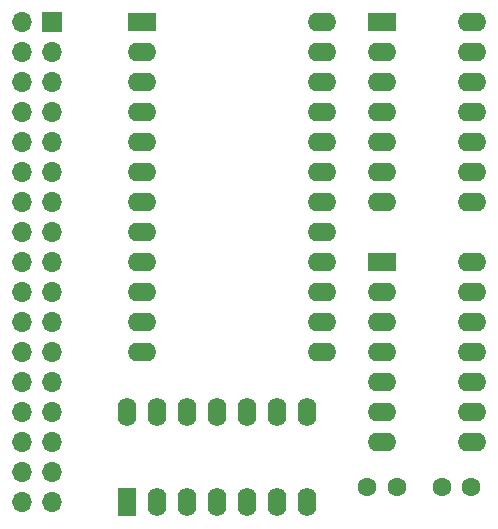
<source format=gbr>
%TF.GenerationSoftware,KiCad,Pcbnew,(5.1.10)-1*%
%TF.CreationDate,2022-02-19T10:09:17+01:00*%
%TF.ProjectId,Peri,50657269-2e6b-4696-9361-645f70636258,rev?*%
%TF.SameCoordinates,Original*%
%TF.FileFunction,Soldermask,Bot*%
%TF.FilePolarity,Negative*%
%FSLAX46Y46*%
G04 Gerber Fmt 4.6, Leading zero omitted, Abs format (unit mm)*
G04 Created by KiCad (PCBNEW (5.1.10)-1) date 2022-02-19 10:09:17*
%MOMM*%
%LPD*%
G01*
G04 APERTURE LIST*
%ADD10R,2.400000X1.600000*%
%ADD11O,2.400000X1.600000*%
%ADD12C,1.600000*%
%ADD13R,1.700000X1.700000*%
%ADD14O,1.700000X1.700000*%
%ADD15O,1.600000X2.400000*%
%ADD16R,1.600000X2.400000*%
G04 APERTURE END LIST*
D10*
%TO.C,U1003*%
X93980000Y-80010000D03*
D11*
X109220000Y-107950000D03*
X93980000Y-82550000D03*
X109220000Y-105410000D03*
X93980000Y-85090000D03*
X109220000Y-102870000D03*
X93980000Y-87630000D03*
X109220000Y-100330000D03*
X93980000Y-90170000D03*
X109220000Y-97790000D03*
X93980000Y-92710000D03*
X109220000Y-95250000D03*
X93980000Y-95250000D03*
X109220000Y-92710000D03*
X93980000Y-97790000D03*
X109220000Y-90170000D03*
X93980000Y-100330000D03*
X109220000Y-87630000D03*
X93980000Y-102870000D03*
X109220000Y-85090000D03*
X93980000Y-105410000D03*
X109220000Y-82550000D03*
X93980000Y-107950000D03*
X109220000Y-80010000D03*
%TD*%
D12*
%TO.C,C1001*%
X119380000Y-119380000D03*
X121880000Y-119380000D03*
%TD*%
%TO.C,C1002*%
X115570000Y-119380000D03*
X113070000Y-119380000D03*
%TD*%
D13*
%TO.C,J1001*%
X86360000Y-80010000D03*
D14*
X83820000Y-80010000D03*
X86360000Y-82550000D03*
X83820000Y-82550000D03*
X86360000Y-85090000D03*
X83820000Y-85090000D03*
X86360000Y-87630000D03*
X83820000Y-87630000D03*
X86360000Y-90170000D03*
X83820000Y-90170000D03*
X86360000Y-92710000D03*
X83820000Y-92710000D03*
X86360000Y-95250000D03*
X83820000Y-95250000D03*
X86360000Y-97790000D03*
X83820000Y-97790000D03*
X86360000Y-100330000D03*
X83820000Y-100330000D03*
X86360000Y-102870000D03*
X83820000Y-102870000D03*
X86360000Y-105410000D03*
X83820000Y-105410000D03*
X86360000Y-107950000D03*
X83820000Y-107950000D03*
X86360000Y-110490000D03*
X83820000Y-110490000D03*
X86360000Y-113030000D03*
X83820000Y-113030000D03*
X86360000Y-115570000D03*
X83820000Y-115570000D03*
X86360000Y-118110000D03*
X83820000Y-118110000D03*
X86360000Y-120650000D03*
X83820000Y-120650000D03*
%TD*%
D15*
%TO.C,U1001*%
X92710000Y-113030000D03*
X107950000Y-120650000D03*
X95250000Y-113030000D03*
X105410000Y-120650000D03*
X97790000Y-113030000D03*
X102870000Y-120650000D03*
X100330000Y-113030000D03*
X100330000Y-120650000D03*
X102870000Y-113030000D03*
X97790000Y-120650000D03*
X105410000Y-113030000D03*
X95250000Y-120650000D03*
X107950000Y-113030000D03*
D16*
X92710000Y-120650000D03*
%TD*%
D10*
%TO.C,U1002*%
X114300000Y-80010000D03*
D11*
X121920000Y-95250000D03*
X114300000Y-82550000D03*
X121920000Y-92710000D03*
X114300000Y-85090000D03*
X121920000Y-90170000D03*
X114300000Y-87630000D03*
X121920000Y-87630000D03*
X114300000Y-90170000D03*
X121920000Y-85090000D03*
X114300000Y-92710000D03*
X121920000Y-82550000D03*
X114300000Y-95250000D03*
X121920000Y-80010000D03*
%TD*%
D10*
%TO.C,U1004*%
X114300000Y-100330000D03*
D11*
X121920000Y-115570000D03*
X114300000Y-102870000D03*
X121920000Y-113030000D03*
X114300000Y-105410000D03*
X121920000Y-110490000D03*
X114300000Y-107950000D03*
X121920000Y-107950000D03*
X114300000Y-110490000D03*
X121920000Y-105410000D03*
X114300000Y-113030000D03*
X121920000Y-102870000D03*
X114300000Y-115570000D03*
X121920000Y-100330000D03*
%TD*%
M02*

</source>
